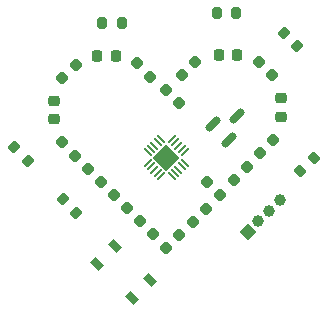
<source format=gbr>
%TF.GenerationSoftware,KiCad,Pcbnew,7.0.7*%
%TF.CreationDate,2024-03-31T22:15:49-04:00*%
%TF.ProjectId,battery_leds,62617474-6572-4795-9f6c-6564732e6b69,rev?*%
%TF.SameCoordinates,Original*%
%TF.FileFunction,Soldermask,Top*%
%TF.FilePolarity,Negative*%
%FSLAX46Y46*%
G04 Gerber Fmt 4.6, Leading zero omitted, Abs format (unit mm)*
G04 Created by KiCad (PCBNEW 7.0.7) date 2024-03-31 22:15:49*
%MOMM*%
%LPD*%
G01*
G04 APERTURE LIST*
G04 Aperture macros list*
%AMRoundRect*
0 Rectangle with rounded corners*
0 $1 Rounding radius*
0 $2 $3 $4 $5 $6 $7 $8 $9 X,Y pos of 4 corners*
0 Add a 4 corners polygon primitive as box body*
4,1,4,$2,$3,$4,$5,$6,$7,$8,$9,$2,$3,0*
0 Add four circle primitives for the rounded corners*
1,1,$1+$1,$2,$3*
1,1,$1+$1,$4,$5*
1,1,$1+$1,$6,$7*
1,1,$1+$1,$8,$9*
0 Add four rect primitives between the rounded corners*
20,1,$1+$1,$2,$3,$4,$5,0*
20,1,$1+$1,$4,$5,$6,$7,0*
20,1,$1+$1,$6,$7,$8,$9,0*
20,1,$1+$1,$8,$9,$2,$3,0*%
%AMHorizOval*
0 Thick line with rounded ends*
0 $1 width*
0 $2 $3 position (X,Y) of the first rounded end (center of the circle)*
0 $4 $5 position (X,Y) of the second rounded end (center of the circle)*
0 Add line between two ends*
20,1,$1,$2,$3,$4,$5,0*
0 Add two circle primitives to create the rounded ends*
1,1,$1,$2,$3*
1,1,$1,$4,$5*%
%AMRotRect*
0 Rectangle, with rotation*
0 The origin of the aperture is its center*
0 $1 length*
0 $2 width*
0 $3 Rotation angle, in degrees counterclockwise*
0 Add horizontal line*
21,1,$1,$2,0,0,$3*%
G04 Aperture macros list end*
%ADD10RoundRect,0.218750X-0.218750X-0.256250X0.218750X-0.256250X0.218750X0.256250X-0.218750X0.256250X0*%
%ADD11RoundRect,0.218750X0.026517X-0.335876X0.335876X-0.026517X-0.026517X0.335876X-0.335876X0.026517X0*%
%ADD12RoundRect,0.200000X0.335876X0.053033X0.053033X0.335876X-0.335876X-0.053033X-0.053033X-0.335876X0*%
%ADD13RoundRect,0.218750X0.335876X0.026517X0.026517X0.335876X-0.335876X-0.026517X-0.026517X-0.335876X0*%
%ADD14RoundRect,0.218750X-0.335876X-0.026517X-0.026517X-0.335876X0.335876X0.026517X0.026517X0.335876X0*%
%ADD15RoundRect,0.200000X-0.335876X-0.053033X-0.053033X-0.335876X0.335876X0.053033X0.053033X0.335876X0*%
%ADD16RoundRect,0.150000X-0.309359X-0.521491X0.521491X0.309359X0.309359X0.521491X-0.521491X-0.309359X0*%
%ADD17RoundRect,0.218750X-0.026517X0.335876X-0.335876X0.026517X0.026517X-0.335876X0.335876X-0.026517X0*%
%ADD18RotRect,1.000000X1.000000X135.000000*%
%ADD19HorizOval,1.000000X0.000000X0.000000X0.000000X0.000000X0*%
%ADD20RoundRect,0.200000X0.053033X-0.335876X0.335876X-0.053033X-0.053033X0.335876X-0.335876X0.053033X0*%
%ADD21RoundRect,0.218750X-0.256250X0.218750X-0.256250X-0.218750X0.256250X-0.218750X0.256250X0.218750X0*%
%ADD22RoundRect,0.200000X0.200000X0.275000X-0.200000X0.275000X-0.200000X-0.275000X0.200000X-0.275000X0*%
%ADD23RoundRect,0.050000X0.229810X0.300520X-0.300520X-0.229810X-0.229810X-0.300520X0.300520X0.229810X0*%
%ADD24RoundRect,0.050000X-0.229810X0.300520X-0.300520X0.229810X0.229810X-0.300520X0.300520X-0.229810X0*%
%ADD25RotRect,1.650000X1.650000X225.000000*%
%ADD26RotRect,1.050000X0.650000X135.000000*%
G04 APERTURE END LIST*
D10*
%TO.C,D20*%
X218900000Y-87100000D03*
X217325000Y-87100000D03*
%TD*%
D11*
%TO.C,D18*%
X215356847Y-87743153D03*
X214243153Y-88856847D03*
%TD*%
D12*
%TO.C,R5*%
X200016637Y-94916637D03*
X201183363Y-96083363D03*
%TD*%
D13*
%TO.C,D17*%
X220743153Y-87743153D03*
X221856847Y-88856847D03*
%TD*%
D14*
%TO.C,D16*%
X217456847Y-98956847D03*
X216343153Y-97843153D03*
%TD*%
%TO.C,D15*%
X209613694Y-100113694D03*
X208500000Y-99000000D03*
%TD*%
%TO.C,D10*%
X211813694Y-102313694D03*
X210700000Y-101200000D03*
%TD*%
D13*
%TO.C,D7*%
X212886306Y-90086306D03*
X214000000Y-91200000D03*
%TD*%
D15*
%TO.C,R1*%
X205283363Y-100483363D03*
X204116637Y-99316637D03*
%TD*%
D16*
%TO.C,Q2*%
X218862913Y-92337087D03*
X218208839Y-94334664D03*
X216865336Y-92991161D03*
%TD*%
D10*
%TO.C,D2*%
X208601194Y-87186306D03*
X207026194Y-87186306D03*
%TD*%
D14*
%TO.C,D1*%
X211546797Y-88953367D03*
X210433103Y-87839673D03*
%TD*%
D17*
%TO.C,D13*%
X218600000Y-97700000D03*
X219713694Y-96586306D03*
%TD*%
D18*
%TO.C,J2*%
X219803949Y-102096051D03*
D19*
X220701975Y-101198025D03*
X221600000Y-100300000D03*
X222498026Y-99401974D03*
%TD*%
D13*
%TO.C,D5*%
X204056847Y-94529459D03*
X205170541Y-95643153D03*
%TD*%
D17*
%TO.C,D12*%
X216256847Y-100143153D03*
X215143153Y-101256847D03*
%TD*%
D11*
%TO.C,D3*%
X205213694Y-87986306D03*
X204100000Y-89100000D03*
%TD*%
D20*
%TO.C,R15*%
X225383363Y-95816637D03*
X224216637Y-96983363D03*
%TD*%
D14*
%TO.C,D6*%
X207356847Y-97856847D03*
X206243153Y-96743153D03*
%TD*%
D21*
%TO.C,D4*%
X203413694Y-92573806D03*
X203413694Y-90998806D03*
%TD*%
%TO.C,D19*%
X222600000Y-92387500D03*
X222600000Y-90812500D03*
%TD*%
D17*
%TO.C,D14*%
X220843153Y-95456847D03*
X221956847Y-94343153D03*
%TD*%
D22*
%TO.C,R4*%
X207475000Y-84400000D03*
X209125000Y-84400000D03*
%TD*%
D23*
%TO.C,U1*%
X214490990Y-95360553D03*
X214208148Y-95077710D03*
X213925305Y-94794867D03*
X213642462Y-94512024D03*
X213359619Y-94229182D03*
D24*
X212440381Y-94229182D03*
X212157538Y-94512024D03*
X211874695Y-94794867D03*
X211591852Y-95077710D03*
X211309010Y-95360553D03*
D23*
X211309010Y-96279791D03*
X211591852Y-96562634D03*
X211874695Y-96845477D03*
X212157538Y-97128320D03*
X212440381Y-97411162D03*
D24*
X213359619Y-97411162D03*
X213642462Y-97128320D03*
X213925305Y-96845477D03*
X214208148Y-96562634D03*
X214490990Y-96279791D03*
D25*
X212900000Y-95820172D03*
%TD*%
D22*
%TO.C,R3*%
X217175000Y-83600000D03*
X218825000Y-83600000D03*
%TD*%
D12*
%TO.C,R2*%
X222833274Y-85233274D03*
X224000000Y-86400000D03*
%TD*%
D11*
%TO.C,D11*%
X214000000Y-102400000D03*
X212886306Y-103513694D03*
%TD*%
D26*
%TO.C,SW2*%
X210007107Y-107727386D03*
X207072614Y-104792893D03*
X211527386Y-106207107D03*
X208592893Y-103272614D03*
%TD*%
M02*

</source>
